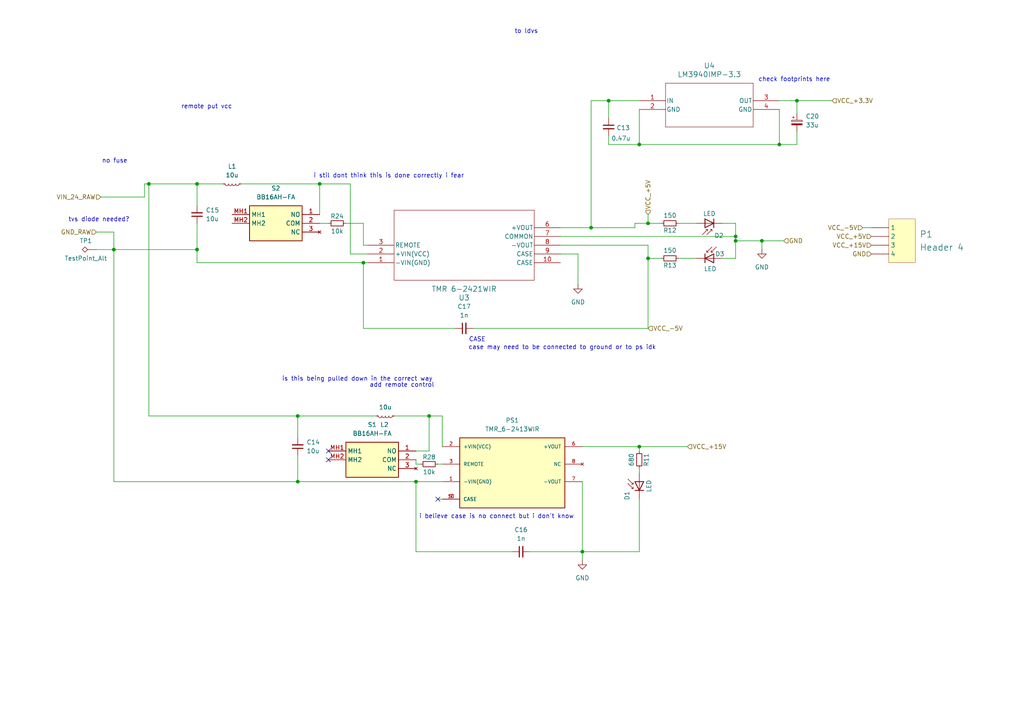
<source format=kicad_sch>
(kicad_sch (version 20231120) (generator "eeschema") (generator_version "8.0")
  (paper "A4")
  (lib_symbols
    (symbol "2025-07-16_21-58-08:TMR_6-2421WIR" (pin_names (offset 0.254))
      (property "Reference" "U" (at 27.94 10.16 0))
      (property "Value" "TMR 6-2421WIR" (at 27.94 7.62 0))
      (symbol "TMR_6-2421WIR_0_1"
        (polyline (pts (xy 7.62 -15.24) (xy 48.26 -15.24)) (stroke (width 0.127)))
        (polyline (pts (xy 7.62 5.08) (xy 7.62 -15.24)) (stroke (width 0.127)))
        (polyline (pts (xy 48.26 -15.24) (xy 48.26 5.08)) (stroke (width 0.127)))
        (polyline (pts (xy 48.26 5.08) (xy 7.62 5.08)) (stroke (width 0.127)))
        (pin power_out line (at 0 0 0) (length 7.62) (name "-VIN(GND)") (number "1"))
        (pin unspecified line (at 55.88 0 180) (length 7.62) (name "CASE") (number "10"))
        (pin power_in line (at 0 -2.54 0) (length 7.62) (name "+VIN(VCC)") (number "2"))
        (pin bidirectional line (at 0 -5.08 0) (length 7.62) (name "REMOTE") (number "3"))
        (pin power_in line (at 55.88 -10.16 180) (length 7.62) (name "+VOUT") (number "6"))
        (pin unspecified line (at 55.88 -7.62 180) (length 7.62) (name "COMMON") (number "7"))
        (pin power_in line (at 55.88 -5.08 180) (length 7.62) (name "-VOUT") (number "8"))
        (pin unspecified line (at 55.88 -2.54 180) (length 7.62) (name "CASE") (number "9"))
      )
    )
    (symbol "BB16AH-FA:BB16AH-FA"
      (property "Reference" "S" (at 21.59 7.62 0))
      (property "Value" "BB16AH-FA" (at 21.59 5.08 0))
      (symbol "BB16AH-FA_1_1"
        (rectangle (start 5.08 2.54) (end 20.32 -7.62) (stroke (width 0.254)) (fill (type background)))
        (pin passive line (at 25.4 0 180) (length 5.08) (name "NO") (number "1"))
        (pin passive line (at 25.4 -2.54 180) (length 5.08) (name "COM") (number "2"))
        (pin no_connect line (at 25.4 -5.08 180) (length 5.08) (name "NC") (number "3"))
        (pin passive line (at 0 0 0) (length 5.08) (name "MH1") (number "MH1"))
        (pin passive line (at 0 -2.54 0) (length 5.08) (name "MH2") (number "MH2"))
      )
    )
    (symbol "Connector:TestPoint_Alt" (pin_numbers hide) (pin_names (offset 0.762) hide)
      (property "Reference" "TP" (at 0 6.858 0))
      (property "Value" "TestPoint_Alt" (at 0 5.08 0))
      (symbol "TestPoint_Alt_0_1"
        (polyline (pts (xy 0 2.54) (xy -0.762 3.302) (xy 0 4.064) (xy 0.762 3.302) (xy 0 2.54)))
      )
      (symbol "TestPoint_Alt_1_1"
        (pin passive line (at 0 0 90) (length 2.54) (name "1") (number "1"))
      )
    )
    (symbol "Device:C_Polarized_Small" (pin_numbers hide) (pin_names (offset 0.254) hide)
      (property "Reference" "C" (at 0.254 1.778 0))
      (property "Value" "C_Polarized_Small" (at 0.254 -2.032 0))
      (symbol "C_Polarized_Small_0_1"
        (rectangle (start -1.524 -0.3048) (end 1.524 -0.6858) (fill (type outline)))
        (rectangle (start -1.524 0.6858) (end 1.524 0.3048))
        (polyline (pts (xy -1.27 1.524) (xy -0.762 1.524)))
        (polyline (pts (xy -1.016 1.27) (xy -1.016 1.778)))
      )
      (symbol "C_Polarized_Small_1_1"
        (pin passive line (at 0 2.54 270) (length 1.8542) (name "~") (number "1"))
        (pin passive line (at 0 -2.54 90) (length 1.8542) (name "~") (number "2"))
      )
    )
    (symbol "Device:C_Small" (pin_numbers hide) (pin_names (offset 0.254) hide)
      (property "Reference" "C" (at 0.254 1.778 0))
      (property "Value" "C_Small" (at 0.254 -2.032 0))
      (symbol "C_Small_0_1"
        (polyline (pts (xy -1.524 -0.508) (xy 1.524 -0.508)) (stroke (width 0.3302)))
        (polyline (pts (xy -1.524 0.508) (xy 1.524 0.508)) (stroke (width 0.3048)))
      )
      (symbol "C_Small_1_1"
        (pin passive line (at 0 2.54 270) (length 2.032) (name "~") (number "1"))
        (pin passive line (at 0 -2.54 90) (length 2.032) (name "~") (number "2"))
      )
    )
    (symbol "Device:D_Photo" (pin_numbers hide) (pin_names hide)
      (property "Reference" "D" (at 0.508 1.778 0))
      (property "Value" "D_Photo" (at -1.016 -2.794 0))
      (symbol "D_Photo_0_1"
        (polyline (pts (xy -2.54 1.27) (xy -2.54 -1.27)) (stroke (width 0.254)))
        (polyline (pts (xy -2.032 1.778) (xy -1.524 1.778)))
        (polyline (pts (xy 0 0) (xy -2.54 0)))
        (polyline (pts (xy -0.508 3.302) (xy -2.032 1.778) (xy -2.032 2.286)))
        (polyline (pts (xy 0 -1.27) (xy 0 1.27) (xy -2.54 0) (xy 0 -1.27)) (stroke (width 0.254)))
        (polyline (pts (xy 0.762 3.302) (xy -0.762 1.778) (xy -0.762 2.286) (xy -0.762 1.778) (xy -0.254 1.778)))
      )
      (symbol "D_Photo_1_1"
        (pin passive line (at -5.08 0 0) (length 2.54) (name "K") (number "1"))
        (pin passive line (at 2.54 0 180) (length 2.54) (name "A") (number "2"))
      )
    )
    (symbol "Device:L_Small" (pin_numbers hide) (pin_names (offset 0.254) hide)
      (property "Reference" "L" (at 0.762 1.016 0))
      (property "Value" "L_Small" (at 0.762 -1.016 0))
      (symbol "L_Small_0_1"
        (arc (start 0 -2.032) (mid 0.5058 -1.524) (end 0 -1.016))
        (arc (start 0 -1.016) (mid 0.5058 -0.508) (end 0 0))
        (arc (start 0 0) (mid 0.5058 0.508) (end 0 1.016))
        (arc (start 0 1.016) (mid 0.5058 1.524) (end 0 2.032))
      )
      (symbol "L_Small_1_1"
        (pin passive line (at 0 2.54 270) (length 0.508) (name "~") (number "1"))
        (pin passive line (at 0 -2.54 90) (length 0.508) (name "~") (number "2"))
      )
    )
    (symbol "Device:R_Small" (pin_numbers hide) (pin_names (offset 0.254) hide)
      (property "Reference" "R" (at 0.762 0.508 0))
      (property "Value" "R_Small" (at 0.762 -1.016 0))
      (symbol "R_Small_0_1"
        (rectangle (start -0.762 1.778) (end 0.762 -1.778) (stroke (width 0.2032)))
      )
      (symbol "R_Small_1_1"
        (pin passive line (at 0 2.54 270) (length 0.762) (name "~") (number "1"))
        (pin passive line (at 0 -2.54 90) (length 0.762) (name "~") (number "2"))
      )
    )
    (symbol "Miscellaneous Connectors:Header 4"
      (property "Reference" "P" (at 0 -12.7 0))
      (property "Value" "Header 4" (at -1.27 -3.81 0))
      (symbol "Header 4_1_0"
        (rectangle (start 7.62 0) (end 0 -12.7) (stroke (width 0.0254) (color 128 0 0 1)) (fill (type background)))
        (pin passive line (at -5.08 -2.54 0) (length 5.08) (name "1") (number "1"))
        (pin passive line (at -5.08 -5.08 0) (length 5.08) (name "2") (number "2"))
        (pin passive line (at -5.08 -7.62 0) (length 5.08) (name "3") (number "3"))
        (pin passive line (at -5.08 -10.16 0) (length 5.08) (name "4") (number "4"))
      )
    )
    (symbol "TMR_6-2413WIR:TMR_6-2413WIR" (pin_names (offset 1.016))
      (property "Reference" "PS" (at -15.24 10.922 0))
      (property "Value" "TMR_6-2413WIR" (at -15.24 -12.7 0))
      (symbol "TMR_6-2413WIR_0_0"
        (rectangle (start -15.24 -10.16) (end 15.24 10.16) (stroke (width 0.254)) (fill (type background)))
        (pin input line (at -20.32 -2.54 0) (length 5.08) (name "-VIN(GND)") (number "1"))
        (pin passive line (at -20.32 -7.62 0) (length 5.08) (name "CASE") (number "10"))
        (pin input line (at -20.32 7.62 0) (length 5.08) (name "+VIN(VCC)") (number "2"))
        (pin input line (at -20.32 2.54 0) (length 5.08) (name "REMOTE") (number "3"))
        (pin output line (at 20.32 7.62 180) (length 5.08) (name "+VOUT") (number "6"))
        (pin output line (at 20.32 -2.54 180) (length 5.08) (name "-VOUT") (number "7"))
        (pin no_connect line (at 20.32 2.54 180) (length 5.08) (name "NC") (number "8"))
        (pin passive line (at -20.32 -7.62 0) (length 5.08) (name "CASE") (number "9"))
      )
    )
    (symbol "ldo:LM3940IMP-3.3" (pin_names (offset 0.254))
      (property "Reference" "U" (at 20.32 10.16 0))
      (property "Value" "LM3940IMP-3.3" (at 20.32 7.62 0))
      (symbol "LM3940IMP-3.3_0_1"
        (polyline (pts (xy 7.62 -7.62) (xy 33.02 -7.62)) (stroke (width 0.127)))
        (polyline (pts (xy 7.62 5.08) (xy 7.62 -7.62)) (stroke (width 0.127)))
        (polyline (pts (xy 33.02 -7.62) (xy 33.02 5.08)) (stroke (width 0.127)))
        (polyline (pts (xy 33.02 5.08) (xy 7.62 5.08)) (stroke (width 0.127)))
        (pin input line (at 0 0 0) (length 7.62) (name "IN") (number "1"))
        (pin passive line (at 0 -2.54 0) (length 7.62) (name "GND") (number "2"))
        (pin output line (at 40.64 0 180) (length 7.62) (name "OUT") (number "3"))
        (pin passive line (at 40.64 -2.54 180) (length 7.62) (name "GND") (number "4"))
      )
    )
    (symbol "power:GND" (power) (pin_numbers hide) (pin_names (offset 0) hide)
      (property "Value" "GND" (at 0 -3.81 0))
      (symbol "GND_0_1"
        (polyline (pts (xy 0 0) (xy 0 -1.27) (xy 1.27 -1.27) (xy 0 -2.54) (xy -1.27 -1.27) (xy 0 -1.27)))
      )
      (symbol "GND_1_1"
        (pin power_in line (at 0 0 270) (length 0) (name "~") (number "1"))
      )
    )
  )
  (junction (at 185.42 41.91))
  (junction (at 176.53 29.21))
  (junction (at 220.98 69.85))
  (junction (at 57.15 72.39))
  (junction (at 33.02 72.39))
  (junction (at 120.65 139.7))
  (junction (at 171.45 66.04))
  (junction (at 168.91 160.02))
  (junction (at 231.14 29.21))
  (junction (at 86.36 120.65))
  (junction (at 92.71 53.34))
  (junction (at 187.96 74.93))
  (junction (at 86.36 139.7))
  (junction (at 105.41 76.2))
  (junction (at 213.36 68.58))
  (junction (at 124.46 120.65))
  (junction (at 213.36 69.85))
  (junction (at 226.06 41.91))
  (junction (at 187.96 64.77))
  (junction (at 43.18 53.34))
  (junction (at 57.15 53.34))
  (junction (at 185.42 129.54))
  (no_connect (at 95.25 133.35))
  (no_connect (at 95.25 130.81))
  (no_connect (at 127 144.78))
  (wire (pts (xy 231.14 41.91) (xy 231.14 38.1)))
  (wire (pts (xy 43.18 120.65) (xy 86.36 120.65)))
  (wire (pts (xy 168.91 129.54) (xy 185.42 129.54)))
  (wire (pts (xy 226.06 41.91) (xy 231.14 41.91)))
  (wire (pts (xy 86.36 139.7) (xy 120.65 139.7)))
  (wire (pts (xy 33.02 67.31) (xy 33.02 72.39)))
  (wire (pts (xy 120.65 134.62) (xy 120.65 133.35)))
  (wire (pts (xy 127 134.62) (xy 128.27 134.62)))
  (wire (pts (xy 69.85 53.34) (xy 92.71 53.34)))
  (wire (pts (xy 226.06 31.75) (xy 226.06 41.91)))
  (wire (pts (xy 187.96 74.93) (xy 191.77 74.93)))
  (wire (pts (xy 120.65 139.7) (xy 128.27 139.7)))
  (wire (pts (xy 29.21 57.15) (xy 41.91 57.15)))
  (wire (pts (xy 57.15 64.77) (xy 57.15 72.39)))
  (wire (pts (xy 184.15 64.77) (xy 187.96 64.77)))
  (wire (pts (xy 41.91 53.34) (xy 43.18 53.34)))
  (wire (pts (xy 213.36 74.93) (xy 213.36 69.85)))
  (wire (pts (xy 185.42 135.89) (xy 185.42 137.16)))
  (wire (pts (xy 162.56 68.58) (xy 213.36 68.58)))
  (wire (pts (xy 250.19 66.04) (xy 252.73 66.04)))
  (wire (pts (xy 148.59 160.02) (xy 120.65 160.02)))
  (wire (pts (xy 120.65 134.62) (xy 121.92 134.62)))
  (wire (pts (xy 184.15 64.77) (xy 184.15 66.04)))
  (wire (pts (xy 226.06 29.21) (xy 231.14 29.21)))
  (wire (pts (xy 220.98 72.39) (xy 220.98 69.85)))
  (wire (pts (xy 196.85 64.77) (xy 201.93 64.77)))
  (wire (pts (xy 95.25 64.77) (xy 92.71 64.77)))
  (wire (pts (xy 120.65 130.81) (xy 124.46 130.81)))
  (wire (pts (xy 196.85 74.93) (xy 201.93 74.93)))
  (wire (pts (xy 100.33 64.77) (xy 105.41 64.77)))
  (wire (pts (xy 33.02 72.39) (xy 57.15 72.39)))
  (wire (pts (xy 176.53 29.21) (xy 176.53 34.29)))
  (wire (pts (xy 105.41 95.25) (xy 105.41 76.2)))
  (wire (pts (xy 187.96 74.93) (xy 187.96 95.25)))
  (wire (pts (xy 220.98 69.85) (xy 227.33 69.85)))
  (wire (pts (xy 33.02 67.31) (xy 27.94 67.31)))
  (wire (pts (xy 185.42 41.91) (xy 226.06 41.91)))
  (wire (pts (xy 57.15 53.34) (xy 64.77 53.34)))
  (wire (pts (xy 209.55 74.93) (xy 213.36 74.93)))
  (wire (pts (xy 176.53 29.21) (xy 185.42 29.21)))
  (wire (pts (xy 185.42 129.54) (xy 185.42 130.81)))
  (wire (pts (xy 33.02 72.39) (xy 33.02 139.7)))
  (wire (pts (xy 231.14 29.21) (xy 231.14 33.02)))
  (wire (pts (xy 86.36 132.08) (xy 86.36 139.7)))
  (wire (pts (xy 162.56 66.04) (xy 171.45 66.04)))
  (wire (pts (xy 176.53 29.21) (xy 171.45 29.21)))
  (wire (pts (xy 213.36 69.85) (xy 213.36 68.58)))
  (wire (pts (xy 185.42 144.78) (xy 185.42 160.02)))
  (wire (pts (xy 132.08 95.25) (xy 105.41 95.25)))
  (wire (pts (xy 43.18 53.34) (xy 57.15 53.34)))
  (wire (pts (xy 187.96 74.93) (xy 187.96 71.12)))
  (wire (pts (xy 127 144.78) (xy 128.27 144.78)))
  (wire (pts (xy 213.36 64.77) (xy 209.55 64.77)))
  (wire (pts (xy 57.15 76.2) (xy 57.15 72.39)))
  (wire (pts (xy 124.46 120.65) (xy 128.27 120.65)))
  (wire (pts (xy 114.3 120.65) (xy 124.46 120.65)))
  (wire (pts (xy 128.27 129.54) (xy 128.27 120.65)))
  (wire (pts (xy 162.56 73.66) (xy 167.64 73.66)))
  (wire (pts (xy 43.18 53.34) (xy 43.18 120.65)))
  (wire (pts (xy 57.15 76.2) (xy 105.41 76.2)))
  (wire (pts (xy 187.96 62.23) (xy 187.96 64.77)))
  (wire (pts (xy 168.91 160.02) (xy 168.91 139.7)))
  (wire (pts (xy 105.41 71.12) (xy 105.41 64.77)))
  (wire (pts (xy 27.94 72.39) (xy 33.02 72.39)))
  (wire (pts (xy 92.71 62.23) (xy 92.71 53.34)))
  (wire (pts (xy 241.3 29.21) (xy 231.14 29.21)))
  (wire (pts (xy 213.36 68.58) (xy 213.36 64.77)))
  (wire (pts (xy 185.42 160.02) (xy 168.91 160.02)))
  (wire (pts (xy 185.42 129.54) (xy 199.39 129.54)))
  (wire (pts (xy 101.6 53.34) (xy 101.6 73.66)))
  (wire (pts (xy 86.36 120.65) (xy 86.36 127)))
  (wire (pts (xy 57.15 53.34) (xy 57.15 59.69)))
  (wire (pts (xy 171.45 29.21) (xy 171.45 66.04)))
  (wire (pts (xy 124.46 120.65) (xy 124.46 130.81)))
  (wire (pts (xy 41.91 53.34) (xy 41.91 57.15)))
  (wire (pts (xy 105.41 76.2) (xy 106.68 76.2)))
  (wire (pts (xy 153.67 160.02) (xy 168.91 160.02)))
  (wire (pts (xy 185.42 41.91) (xy 176.53 41.91)))
  (wire (pts (xy 176.53 41.91) (xy 176.53 39.37)))
  (wire (pts (xy 168.91 160.02) (xy 168.91 162.56)))
  (wire (pts (xy 33.02 139.7) (xy 86.36 139.7)))
  (wire (pts (xy 120.65 160.02) (xy 120.65 139.7)))
  (wire (pts (xy 167.64 73.66) (xy 167.64 82.55)))
  (wire (pts (xy 187.96 64.77) (xy 191.77 64.77)))
  (wire (pts (xy 220.98 69.85) (xy 213.36 69.85)))
  (wire (pts (xy 137.16 95.25) (xy 187.96 95.25)))
  (wire (pts (xy 105.41 71.12) (xy 106.68 71.12)))
  (wire (pts (xy 86.36 120.65) (xy 109.22 120.65)))
  (wire (pts (xy 171.45 66.04) (xy 184.15 66.04)))
  (wire (pts (xy 187.96 71.12) (xy 162.56 71.12)))
  (wire (pts (xy 101.6 73.66) (xy 106.68 73.66)))
  (wire (pts (xy 92.71 53.34) (xy 101.6 53.34)))
  (wire (pts (xy 185.42 31.75) (xy 185.42 41.91)))
  (text "add remote control\n" (at 116.586 111.76 0) (effects (font (size 1.27 1.27))))
  (text "to ldvs" (at 152.654 9.144 0) (effects (font (size 1.27 1.27))))
  (text "CASE" (at 138.43 98.552 0) (effects (font (size 1.27 1.27))))
  (text "i believe case is no connect but i don't know\n" (at 144.018 149.86 0) (effects (font (size 1.27 1.27))))
  (text "no fuse" (at 33.274 46.736 0) (effects (font (size 1.27 1.27))))
  (text "case may need to be connected to ground or to ps idk" (at 163.068 100.838 0) (effects (font (size 1.27 1.27))))
  (text "check footprints here" (at 230.378 23.114 0) (effects (font (size 1.27 1.27))))
  (text "tvs diode needed?\n" (at 28.702 63.754 0) (effects (font (size 1.27 1.27))))
  (text "remote put vcc\n" (at 59.944 30.988 0) (effects (font (size 1.27 1.27))))
  (text "i stil dont think this is done correctly i fear" (at 112.776 51.054 0) (effects (font (size 1.27 1.27))))
  (text "is this being pulled down in the correct way\n" (at 103.632 109.982 0) (effects (font (size 1.27 1.27))))
  (hierarchical_label "VCC_-5V" (shape input) (at 250.19 66.04 180))
  (hierarchical_label "VIN_24_RAW" (shape input) (at 29.21 57.15 180))
  (hierarchical_label "VCC_+3.3V" (shape input) (at 241.3 29.21 0))
  (hierarchical_label "VCC_+15V" (shape input) (at 199.39 129.54 0))
  (hierarchical_label "VCC_+5V" (shape input) (at 187.96 62.23 90))
  (hierarchical_label "VCC_+15V" (shape input) (at 252.73 71.12 180))
  (hierarchical_label "VCC_-5V" (shape input) (at 187.96 95.25 0))
  (hierarchical_label "GND_RAW" (shape input) (at 27.94 67.31 180))
  (hierarchical_label "GND" (shape input) (at 227.33 69.85 0))
  (hierarchical_label "GND" (shape input) (at 252.73 73.66 180))
  (hierarchical_label "VCC_+5V" (shape input) (at 252.73 68.58 180))
  (symbol (lib_id "Device:L_Small") (at 67.31 53.34 270) (unit 1)
    (property "Reference" "L1" (at 67.31 48.26 90))
    (property "Value" "10u" (at 67.31 50.8 90))
    (property "Footprint" "inductorps:IND_TCK-047_TRP" (effects (hide yes)))
    (property "Description" "Inductor, small symbol" (effects (hide yes)))
  )
  (symbol (lib_id "Device:C_Small") (at 86.36 129.54 180) (unit 1)
    (property "Reference" "C14" (at 88.9 128.2635 0) (effects (justify right)))
    (property "Value" "10u" (at 88.9 130.8035 0) (effects (justify right)))
    (property "Footprint" "UMJ325KB7106KMHP:CAPC3225X280N" (effects (hide yes)))
    (property "Description" "Unpolarized capacitor, small symbol" (effects (hide yes)))
  )
  (symbol (lib_id "Device:D_Photo") (at 204.47 64.77 180) (unit 1)
    (property "Reference" "D2" (at 208.534 68.326 0))
    (property "Value" "LED" (at 205.74 61.976 0))
    (property "Footprint" "LED_SMD:LED_0805_2012Metric" (effects (hide yes)))
    (property "Description" "Photodiode" (effects (hide yes)))
  )
  (symbol (lib_id "Device:D_Photo") (at 185.42 139.7 90) (unit 1)
    (property "Reference" "D1" (at 181.864 143.764 0))
    (property "Value" "LED" (at 188.214 140.97 0))
    (property "Footprint" "LED_SMD:LED_0805_2012Metric" (effects (hide yes)))
    (property "Description" "Photodiode" (effects (hide yes)))
  )
  (symbol (lib_id "power:GND") (at 168.91 162.56 0) (unit 1)
    (property "Reference" "#PWR090" (effects (hide yes)))
    (property "Value" "GND" (at 168.91 167.64 0))
    (property "Description" "Power symbol creates a global label with name \"GND\" , ground" (effects (hide yes)))
  )
  (symbol (lib_id "Device:R_Small") (at 185.42 133.35 0) (mirror x) (unit 1)
    (property "Reference" "R11" (at 187.452 133.35 90))
    (property "Value" "680" (at 183.134 133.35 90))
    (property "Footprint" "Resistor_SMD:R_0805_2012Metric" (effects (hide yes)))
    (property "Description" "Resistor, small symbol" (effects (hide yes)))
  )
  (symbol (lib_id "BB16AH-FA:BB16AH-FA") (at 67.31 62.23 0) (unit 1)
    (property "Reference" "S2" (at 80.01 54.61 0))
    (property "Value" "BB16AH-FA" (at 80.01 57.15 0))
    (property "Footprint" "Button_Switch_THT:KSA_Tactile_SPST" (effects (hide yes)))
    (property "Datasheet" "https://www.arrow.com/en/products/bb16ah-fa/nkk-switches" (effects (hide yes)))
    (property "Description" "Pushbutton Switches ON-ON .201 BLACK CAP RIGHT ANGL PC .4VA" (effects (hide yes)))
    (property "Height" "8.8" (effects (hide yes)))
    (property "Mouser Part Number" "633-BB16AH-FA" (effects (hide yes)))
    (property "Mouser Price/Stock" "https://www.mouser.co.uk/ProductDetail/NKK-Switches/BB16AH-FA?qs=E3XkhTW0K2HrJGK%2FHHAprQ%3D%3D" (effects (hide yes)))
    (property "Manufacturer_Name" "NKK Switches" (effects (hide yes)))
    (property "Manufacturer_Part_Number" "BB16AH-FA" (effects (hide yes)))
  )
  (symbol (lib_id "Miscellaneous Connectors:Header 4") (at 257.81 63.5 0) (unit 1)
    (property "Reference" "P1" (at 266.7 67.9449 0) (effects (font (size 1.8288 1.8288)) (justify left)))
    (property "Value" "Header 4" (at 266.7 71.7549 0) (effects (font (size 1.8288 1.8288)) (justify left)))
    (property "Footprint" "Connector_PinSocket_2.54mm:PinSocket_1x04_P2.54mm_Vertical" (effects (hide yes)))
    (property "Description" "Header, 4-Pin" (effects (hide yes)))
    (property "LatestRevisionDate" "17-Jul-2002" (effects (hide yes)))
    (property "LatestRevisionNote" "Re-released for DXP Platform." (effects (hide yes)))
    (property "Publisher" "Altium Limited" (effects (hide yes)))
  )
  (symbol (lib_id "TMR_6-2413WIR:TMR_6-2413WIR") (at 148.59 137.16 0) (unit 1)
    (property "Reference" "PS1" (at 148.59 121.92 0))
    (property "Value" "TMR_6-2413WIR" (at 148.59 124.46 0))
    (property "Footprint" "6-2413:TMR62423" (effects (hide yes)))
    (property "MF" "Traco Power" (effects (hide yes)))
    (property "MAXIMUM_PACKAGE_HEIGHT" "11.7mm" (effects (hide yes)))
    (property "Package" "SIP-8 Traco Power" (effects (hide yes)))
    (property "Price" "None" (effects (hide yes)))
    (property "Check_prices" "https://www.snapeda.com/parts/TMR%206-2413WIR/Traco+Power/view-part/?ref=eda" (effects (hide yes)))
    (property "STANDARD" "IPC-7351B" (effects (hide yes)))
    (property "PARTREV" "November 16, 2023" (effects (hide yes)))
    (property "SnapEDA_Link" "https://www.snapeda.com/parts/TMR%206-2413WIR/Traco+Power/view-part/?ref=snap" (effects (hide yes)))
    (property "MP" "TMR 6-2413WIR" (effects (hide yes)))
    (property "Purchase-URL" "https://www.snapeda.com/api/url_track_click_mouser/?unipart_id=5835454&manufacturer=Traco Power&part_name=TMR 6-2413WIR&search_term=None" (effects (hide yes)))
    (property "Description_1" "\n                        \n                            6 Watt DC/DC converter, railway, 4:1 input incl. 110 VDC nominal, regulated, 3000 VDC I/O-isolation, encapsulated, SIP-8 metal case\n                        \n" (effects (hide yes)))
    (property "Availability" "In Stock" (effects (hide yes)))
    (property "MANUFACTURER" "Traco Power" (effects (hide yes)))
  )
  (symbol (lib_id "Device:R_Small") (at 124.46 134.62 270) (mirror x) (unit 1)
    (property "Reference" "R28" (at 124.46 132.588 90))
    (property "Value" "10k" (at 124.46 136.906 90))
    (property "Footprint" "Resistor_SMD:R_0805_2012Metric" (effects (hide yes)))
    (property "Description" "Resistor, small symbol" (effects (hide yes)))
  )
  (symbol (lib_id "Device:R_Small") (at 97.79 64.77 270) (mirror x) (unit 1)
    (property "Reference" "R24" (at 97.79 62.738 90))
    (property "Value" "10k" (at 97.79 67.056 90))
    (property "Footprint" "Resistor_SMD:R_0805_2012Metric" (effects (hide yes)))
    (property "Description" "Resistor, small symbol" (effects (hide yes)))
  )
  (symbol (lib_id "power:GND") (at 220.98 72.39 0) (unit 1)
    (property "Reference" "#PWR019" (effects (hide yes)))
    (property "Value" "GND" (at 220.98 77.47 0))
    (property "Description" "Power symbol creates a global label with name \"GND\" , ground" (effects (hide yes)))
  )
  (symbol (lib_id "power:GND") (at 167.64 82.55 0) (unit 1)
    (property "Reference" "#PWR011" (effects (hide yes)))
    (property "Value" "GND" (at 167.64 87.63 0))
    (property "Description" "Power symbol creates a global label with name \"GND\" , ground" (effects (hide yes)))
  )
  (symbol (lib_id "Connector:TestPoint_Alt") (at 27.94 72.39 90) (unit 1)
    (property "Reference" "TP1" (at 24.892 69.85 90))
    (property "Value" "TestPoint_Alt" (at 24.892 74.93 90))
    (property "Footprint" "TestPoint:TestPoint_Pad_D1.5mm" (effects (hide yes)))
    (property "Description" "test point (alternative shape)" (effects (hide yes)))
  )
  (symbol (lib_id "2025-07-16_21-58-08:TMR_6-2421WIR") (at 106.68 76.2 0) (mirror x) (unit 1)
    (property "Reference" "U3" (at 134.62 86.36 0) (effects (font (size 1.524 1.524))))
    (property "Value" "TMR 6-2421WIR" (at 134.62 83.82 0) (effects (font (size 1.524 1.524))))
    (property "Footprint" "6-2421:TMR62423" (effects (hide yes)))
    (property "Datasheet" "https://tracopower.com/tmr6wir-datasheet/" (effects (hide yes)))
  )
  (symbol (lib_id "Device:C_Polarized_Small") (at 231.14 35.56 0) (unit 1)
    (property "Reference" "C20" (at 233.68 33.7438 0) (effects (justify left)))
    (property "Value" "33u" (at 233.68 36.2838 0) (effects (justify left)))
    (property "Footprint" "Capacitor_SMD:C_0805_2012Metric" (effects (hide yes)))
    (property "Description" "Polarized capacitor, small symbol" (effects (hide yes)))
  )
  (symbol (lib_id "Device:C_Small") (at 151.13 160.02 90) (unit 1)
    (property "Reference" "C16" (at 151.1363 153.67 90))
    (property "Value" "1n" (at 151.1363 156.21 90))
    (property "Footprint" "1808Y3K00102KXT:CAPC4520X200N" (effects (hide yes)))
    (property "Description" "Unpolarized capacitor, small symbol" (effects (hide yes)))
  )
  (symbol (lib_id "ldo:LM3940IMP-3.3") (at 185.42 29.21 0) (unit 1)
    (property "Reference" "U4" (at 205.74 19.05 0) (effects (font (size 1.524 1.524))))
    (property "Value" "LM3940IMP-3.3" (at 205.74 21.59 0) (effects (font (size 1.524 1.524))))
    (property "Footprint" "ldo:MP04A" (effects (hide yes)))
    (property "Datasheet" "https://www.ti.com/lit/gpn/lm3940" (effects (hide yes)))
  )
  (symbol (lib_id "Device:D_Photo") (at 207.01 74.93 0) (unit 1)
    (property "Reference" "D3" (at 208.788 73.66 0))
    (property "Value" "LED" (at 205.994 77.978 0))
    (property "Footprint" "LED_SMD:LED_0805_2012Metric" (effects (hide yes)))
    (property "Description" "Photodiode" (effects (hide yes)))
  )
  (symbol (lib_id "Device:R_Small") (at 194.31 74.93 90) (mirror x) (unit 1)
    (property "Reference" "R13" (at 194.31 76.962 90))
    (property "Value" "150" (at 194.31 72.644 90))
    (property "Footprint" "Resistor_SMD:R_0805_2012Metric" (effects (hide yes)))
    (property "Description" "Resistor, small symbol" (effects (hide yes)))
  )
  (symbol (lib_id "Device:C_Small") (at 57.15 62.23 180) (unit 1)
    (property "Reference" "C15" (at 59.69 60.9535 0) (effects (justify right)))
    (property "Value" "10u" (at 59.69 63.4935 0) (effects (justify right)))
    (property "Footprint" "UMJ325KB7106KMHP:CAPC3225X280N" (effects (hide yes)))
    (property "Description" "Unpolarized capacitor, small symbol" (effects (hide yes)))
  )
  (symbol (lib_id "BB16AH-FA:BB16AH-FA") (at 95.25 130.81 0) (unit 1)
    (property "Reference" "S1" (at 107.95 123.19 0))
    (property "Value" "BB16AH-FA" (at 107.95 125.73 0))
    (property "Footprint" "Button_Switch_THT:KSA_Tactile_SPST" (effects (hide yes)))
    (property "Datasheet" "https://www.arrow.com/en/products/bb16ah-fa/nkk-switches" (effects (hide yes)))
    (property "Description" "Pushbutton Switches ON-ON .201 BLACK CAP RIGHT ANGL PC .4VA" (effects (hide yes)))
    (property "Height" "8.8" (effects (hide yes)))
    (property "Mouser Part Number" "633-BB16AH-FA" (effects (hide yes)))
    (property "Mouser Price/Stock" "https://www.mouser.co.uk/ProductDetail/NKK-Switches/BB16AH-FA?qs=E3XkhTW0K2HrJGK%2FHHAprQ%3D%3D" (effects (hide yes)))
    (property "Manufacturer_Name" "NKK Switches" (effects (hide yes)))
    (property "Manufacturer_Part_Number" "BB16AH-FA" (effects (hide yes)))
  )
  (symbol (lib_id "Device:C_Small") (at 176.53 36.83 0) (unit 1)
    (property "Reference" "C13" (at 178.816 37.084 0) (effects (justify left)))
    (property "Value" "0.47u" (at 177.292 40.132 0) (effects (justify left)))
    (property "Footprint" "Capacitor_SMD:C_0805_2012Metric" (effects (hide yes)))
    (property "Description" "Unpolarized capacitor, small symbol" (effects (hide yes)))
  )
  (symbol (lib_id "Device:L_Small") (at 111.76 120.65 270) (unit 1)
    (property "Reference" "L2" (at 111.506 123.19 90))
    (property "Value" "10u" (at 111.76 118.11 90))
    (property "Footprint" "inductorps:IND_TCK-047_TRP" (effects (hide yes)))
    (property "Description" "Inductor, small symbol" (effects (hide yes)))
  )
  (symbol (lib_id "Device:C_Small") (at 134.62 95.25 90) (unit 1)
    (property "Reference" "C17" (at 134.6263 88.9 90))
    (property "Value" "1n" (at 134.6263 91.44 90))
    (property "Footprint" "1808Y3K00102KXT:CAPC4520X200N" (effects (hide yes)))
    (property "Description" "Unpolarized capacitor, small symbol" (effects (hide yes)))
  )
  (symbol (lib_id "Device:R_Small") (at 194.31 64.77 90) (mirror x) (unit 1)
    (property "Reference" "R12" (at 194.31 66.802 90))
    (property "Value" "150" (at 194.31 62.484 90))
    (property "Footprint" "Resistor_SMD:R_0805_2012Metric" (effects (hide yes)))
    (property "Description" "Resistor, small symbol" (effects (hide yes)))
  )
)
</source>
